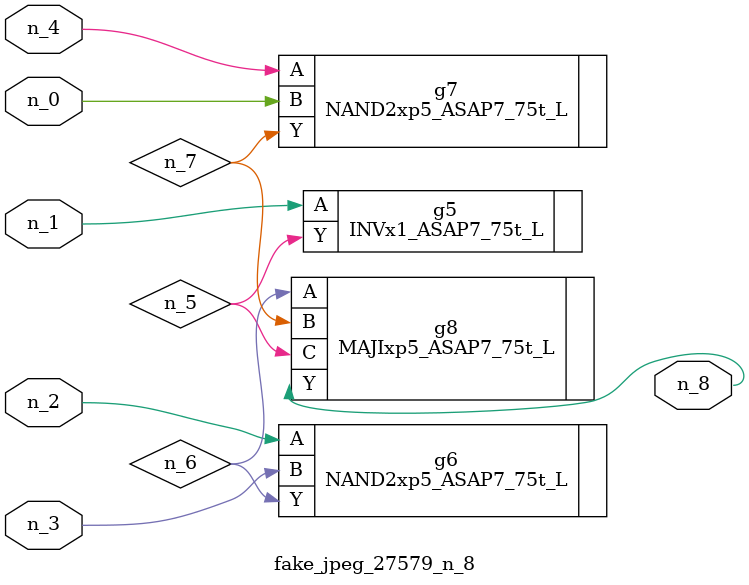
<source format=v>
module fake_jpeg_27579_n_8 (n_3, n_2, n_1, n_0, n_4, n_8);

input n_3;
input n_2;
input n_1;
input n_0;
input n_4;

output n_8;

wire n_6;
wire n_5;
wire n_7;

INVx1_ASAP7_75t_L g5 ( 
.A(n_1),
.Y(n_5)
);

NAND2xp5_ASAP7_75t_L g6 ( 
.A(n_2),
.B(n_3),
.Y(n_6)
);

NAND2xp5_ASAP7_75t_L g7 ( 
.A(n_4),
.B(n_0),
.Y(n_7)
);

MAJIxp5_ASAP7_75t_L g8 ( 
.A(n_6),
.B(n_7),
.C(n_5),
.Y(n_8)
);


endmodule
</source>
